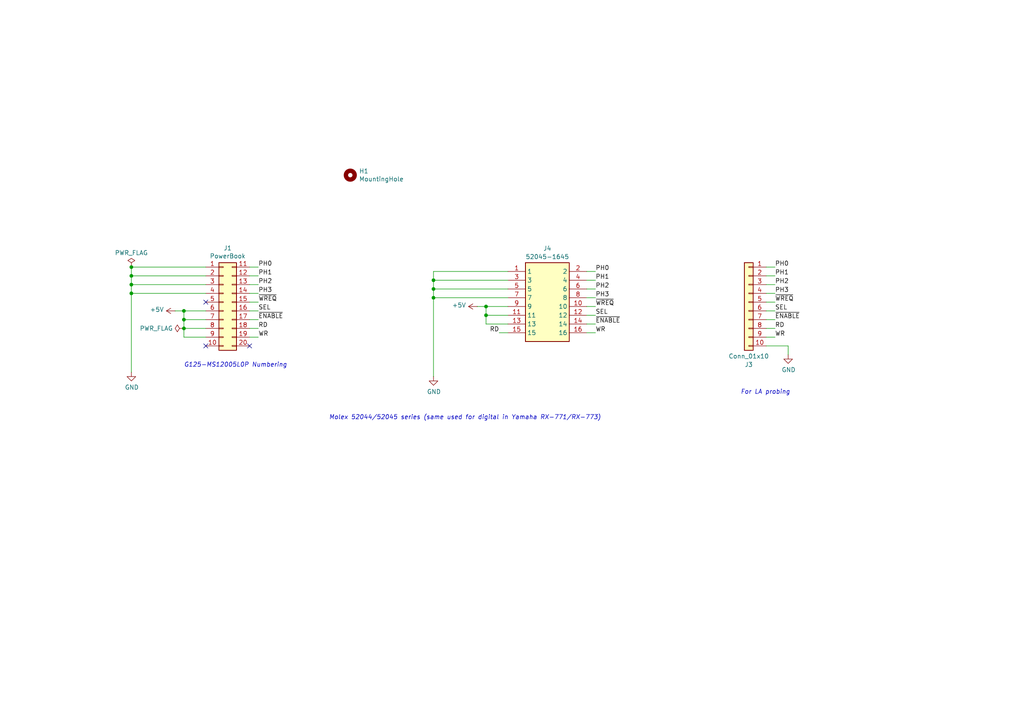
<source format=kicad_sch>
(kicad_sch (version 20231120) (generator "eeschema") (generator_version "8.0")
  (paper "A4")
  (title_block (title "PB 5xx Floppy Adapter") (date "2025-01-03") (rev "1.2") (company "Lostwave") (comment 1 "https://68kmla.org"))
  (lib_symbols
    (symbol "52045-1645:52045-1645"
      (property "Reference" "J" (at 19.05 7.62 0))
      (property "Value" "52045-1645" (at 19.05 5.08 0))
      (symbol "52045-1645_1_1"
        (rectangle (start 5.08 2.54) (end 17.78 -20.32) (stroke (width 0.254)) (fill (type background)))
        (pin passive line (at 0 0 0) (length 5.08) (name "1") (number "1"))
        (pin passive line (at 22.86 -10.16 180) (length 5.08) (name "10") (number "10"))
        (pin passive line (at 0 -12.7 0) (length 5.08) (name "11") (number "11"))
        (pin passive line (at 22.86 -12.7 180) (length 5.08) (name "12") (number "12"))
        (pin passive line (at 0 -15.24 0) (length 5.08) (name "13") (number "13"))
        (pin passive line (at 22.86 -15.24 180) (length 5.08) (name "14") (number "14"))
        (pin passive line (at 0 -17.78 0) (length 5.08) (name "15") (number "15"))
        (pin passive line (at 22.86 -17.78 180) (length 5.08) (name "16") (number "16"))
        (pin passive line (at 22.86 0 180) (length 5.08) (name "2") (number "2"))
        (pin passive line (at 0 -2.54 0) (length 5.08) (name "3") (number "3"))
        (pin passive line (at 22.86 -2.54 180) (length 5.08) (name "4") (number "4"))
        (pin passive line (at 0 -5.08 0) (length 5.08) (name "5") (number "5"))
        (pin passive line (at 22.86 -5.08 180) (length 5.08) (name "6") (number "6"))
        (pin passive line (at 0 -7.62 0) (length 5.08) (name "7") (number "7"))
        (pin passive line (at 22.86 -7.62 180) (length 5.08) (name "8") (number "8"))
        (pin passive line (at 0 -10.16 0) (length 5.08) (name "9") (number "9"))
      )
    )
    (symbol "Connector_Generic:Conn_01x10" (pin_names (offset 1.016) hide)
      (property "Reference" "J" (at 0 12.7 0))
      (property "Value" "Conn_01x10" (at 0 -15.24 0))
      (symbol "Conn_01x10_1_1"
        (rectangle (start -1.27 -12.573) (end 0 -12.827) (stroke (width 0.1524)))
        (rectangle (start -1.27 -10.033) (end 0 -10.287) (stroke (width 0.1524)))
        (rectangle (start -1.27 -7.493) (end 0 -7.747) (stroke (width 0.1524)))
        (rectangle (start -1.27 -4.953) (end 0 -5.207) (stroke (width 0.1524)))
        (rectangle (start -1.27 -2.413) (end 0 -2.667) (stroke (width 0.1524)))
        (rectangle (start -1.27 0.127) (end 0 -0.127) (stroke (width 0.1524)))
        (rectangle (start -1.27 2.667) (end 0 2.413) (stroke (width 0.1524)))
        (rectangle (start -1.27 5.207) (end 0 4.953) (stroke (width 0.1524)))
        (rectangle (start -1.27 7.747) (end 0 7.493) (stroke (width 0.1524)))
        (rectangle (start -1.27 10.287) (end 0 10.033) (stroke (width 0.1524)))
        (rectangle (start -1.27 11.43) (end 1.27 -13.97) (stroke (width 0.254)) (fill (type background)))
        (pin passive line (at -5.08 10.16 0) (length 3.81) (name "Pin_1") (number "1"))
        (pin passive line (at -5.08 -12.7 0) (length 3.81) (name "Pin_10") (number "10"))
        (pin passive line (at -5.08 7.62 0) (length 3.81) (name "Pin_2") (number "2"))
        (pin passive line (at -5.08 5.08 0) (length 3.81) (name "Pin_3") (number "3"))
        (pin passive line (at -5.08 2.54 0) (length 3.81) (name "Pin_4") (number "4"))
        (pin passive line (at -5.08 0 0) (length 3.81) (name "Pin_5") (number "5"))
        (pin passive line (at -5.08 -2.54 0) (length 3.81) (name "Pin_6") (number "6"))
        (pin passive line (at -5.08 -5.08 0) (length 3.81) (name "Pin_7") (number "7"))
        (pin passive line (at -5.08 -7.62 0) (length 3.81) (name "Pin_8") (number "8"))
        (pin passive line (at -5.08 -10.16 0) (length 3.81) (name "Pin_9") (number "9"))
      )
    )
    (symbol "Connector_Generic:Conn_02x10_Top_Bottom" (pin_names (offset 1.016) hide)
      (property "Reference" "J" (at 1.27 12.7 0))
      (property "Value" "Conn_02x10_Top_Bottom" (at 1.27 -15.24 0))
      (symbol "Conn_02x10_Top_Bottom_1_1"
        (rectangle (start -1.27 -12.573) (end 0 -12.827) (stroke (width 0.1524)))
        (rectangle (start -1.27 -10.033) (end 0 -10.287) (stroke (width 0.1524)))
        (rectangle (start -1.27 -7.493) (end 0 -7.747) (stroke (width 0.1524)))
        (rectangle (start -1.27 -4.953) (end 0 -5.207) (stroke (width 0.1524)))
        (rectangle (start -1.27 -2.413) (end 0 -2.667) (stroke (width 0.1524)))
        (rectangle (start -1.27 0.127) (end 0 -0.127) (stroke (width 0.1524)))
        (rectangle (start -1.27 2.667) (end 0 2.413) (stroke (width 0.1524)))
        (rectangle (start -1.27 5.207) (end 0 4.953) (stroke (width 0.1524)))
        (rectangle (start -1.27 7.747) (end 0 7.493) (stroke (width 0.1524)))
        (rectangle (start -1.27 10.287) (end 0 10.033) (stroke (width 0.1524)))
        (rectangle (start -1.27 11.43) (end 3.81 -13.97) (stroke (width 0.254)) (fill (type background)))
        (rectangle (start 3.81 -12.573) (end 2.54 -12.827) (stroke (width 0.1524)))
        (rectangle (start 3.81 -10.033) (end 2.54 -10.287) (stroke (width 0.1524)))
        (rectangle (start 3.81 -7.493) (end 2.54 -7.747) (stroke (width 0.1524)))
        (rectangle (start 3.81 -4.953) (end 2.54 -5.207) (stroke (width 0.1524)))
        (rectangle (start 3.81 -2.413) (end 2.54 -2.667) (stroke (width 0.1524)))
        (rectangle (start 3.81 0.127) (end 2.54 -0.127) (stroke (width 0.1524)))
        (rectangle (start 3.81 2.667) (end 2.54 2.413) (stroke (width 0.1524)))
        (rectangle (start 3.81 5.207) (end 2.54 4.953) (stroke (width 0.1524)))
        (rectangle (start 3.81 7.747) (end 2.54 7.493) (stroke (width 0.1524)))
        (rectangle (start 3.81 10.287) (end 2.54 10.033) (stroke (width 0.1524)))
        (pin passive line (at -5.08 10.16 0) (length 3.81) (name "Pin_1") (number "1"))
        (pin passive line (at -5.08 -12.7 0) (length 3.81) (name "Pin_10") (number "10"))
        (pin passive line (at 7.62 10.16 180) (length 3.81) (name "Pin_11") (number "11"))
        (pin passive line (at 7.62 7.62 180) (length 3.81) (name "Pin_12") (number "12"))
        (pin passive line (at 7.62 5.08 180) (length 3.81) (name "Pin_13") (number "13"))
        (pin passive line (at 7.62 2.54 180) (length 3.81) (name "Pin_14") (number "14"))
        (pin passive line (at 7.62 0 180) (length 3.81) (name "Pin_15") (number "15"))
        (pin passive line (at 7.62 -2.54 180) (length 3.81) (name "Pin_16") (number "16"))
        (pin passive line (at 7.62 -5.08 180) (length 3.81) (name "Pin_17") (number "17"))
        (pin passive line (at 7.62 -7.62 180) (length 3.81) (name "Pin_18") (number "18"))
        (pin passive line (at 7.62 -10.16 180) (length 3.81) (name "Pin_19") (number "19"))
        (pin passive line (at -5.08 7.62 0) (length 3.81) (name "Pin_2") (number "2"))
        (pin passive line (at 7.62 -12.7 180) (length 3.81) (name "Pin_20") (number "20"))
        (pin passive line (at -5.08 5.08 0) (length 3.81) (name "Pin_3") (number "3"))
        (pin passive line (at -5.08 2.54 0) (length 3.81) (name "Pin_4") (number "4"))
        (pin passive line (at -5.08 0 0) (length 3.81) (name "Pin_5") (number "5"))
        (pin passive line (at -5.08 -2.54 0) (length 3.81) (name "Pin_6") (number "6"))
        (pin passive line (at -5.08 -5.08 0) (length 3.81) (name "Pin_7") (number "7"))
        (pin passive line (at -5.08 -7.62 0) (length 3.81) (name "Pin_8") (number "8"))
        (pin passive line (at -5.08 -10.16 0) (length 3.81) (name "Pin_9") (number "9"))
      )
    )
    (symbol "Mechanical:MountingHole" (pin_names (offset 1.016)) (exclude_from_sim yes) (in_bom no)
      (property "Reference" "H" (at 0 5.08 0))
      (property "Value" "MountingHole" (at 0 3.175 0))
      (symbol "MountingHole_0_1"
        (circle (center 0 0) (radius 1.27) (stroke (width 1.27)))
      )
    )
    (symbol "power:+5V" (power) (pin_numbers hide) (pin_names (offset 0) hide)
      (property "Value" "+5V" (at 0 3.556 0))
      (symbol "+5V_0_1"
        (polyline (pts (xy -0.762 1.27) (xy 0 2.54)))
        (polyline (pts (xy 0 0) (xy 0 2.54)))
        (polyline (pts (xy 0 2.54) (xy 0.762 1.27)))
      )
      (symbol "+5V_1_1"
        (pin power_in line (at 0 0 90) (length 0) (name "~") (number "1"))
      )
    )
    (symbol "power:GND" (power) (pin_numbers hide) (pin_names (offset 0) hide)
      (property "Value" "GND" (at 0 -3.81 0))
      (symbol "GND_0_1"
        (polyline (pts (xy 0 0) (xy 0 -1.27) (xy 1.27 -1.27) (xy 0 -2.54) (xy -1.27 -1.27) (xy 0 -1.27)))
      )
      (symbol "GND_1_1"
        (pin power_in line (at 0 0 270) (length 0) (name "~") (number "1"))
      )
    )
    (symbol "power:PWR_FLAG" (power) (pin_numbers hide) (pin_names (offset 0) hide)
      (property "Value" "PWR_FLAG" (at 0 3.81 0))
      (symbol "PWR_FLAG_0_0"
        (pin power_out line (at 0 0 90) (length 0) (name "~") (number "1"))
      )
      (symbol "PWR_FLAG_0_1"
        (polyline (pts (xy 0 0) (xy 0 1.27) (xy -1.016 1.905) (xy 0 2.54) (xy 1.016 1.905) (xy 0 1.27)))
      )
    )
  )
  (junction (at 38.1 77.47))
  (junction (at 53.34 92.71))
  (junction (at 38.1 85.09))
  (junction (at 140.97 91.44))
  (junction (at 38.1 80.01))
  (junction (at 53.34 90.17))
  (junction (at 140.97 88.9))
  (junction (at 125.73 83.82))
  (junction (at 38.1 82.55))
  (junction (at 125.73 86.36))
  (junction (at 125.73 81.28))
  (junction (at 53.34 95.25))
  (no_connect (at 72.39 100.33))
  (no_connect (at 59.69 100.33))
  (no_connect (at 59.69 87.63))
  (wire (pts (xy 72.39 95.25) (xy 74.93 95.25)))
  (wire (pts (xy 38.1 107.95) (xy 38.1 85.09)))
  (wire (pts (xy 38.1 80.01) (xy 38.1 77.47)))
  (wire (pts (xy 147.32 86.36) (xy 125.73 86.36)))
  (wire (pts (xy 72.39 87.63) (xy 74.93 87.63)))
  (wire (pts (xy 53.34 92.71) (xy 53.34 90.17)))
  (wire (pts (xy 59.69 85.09) (xy 38.1 85.09)))
  (wire (pts (xy 222.25 80.01) (xy 224.79 80.01)))
  (wire (pts (xy 59.69 80.01) (xy 38.1 80.01)))
  (wire (pts (xy 38.1 82.55) (xy 38.1 80.01)))
  (wire (pts (xy 147.32 83.82) (xy 125.73 83.82)))
  (wire (pts (xy 59.69 90.17) (xy 53.34 90.17)))
  (wire (pts (xy 222.25 97.79) (xy 224.79 97.79)))
  (wire (pts (xy 38.1 85.09) (xy 38.1 82.55)))
  (wire (pts (xy 140.97 93.98) (xy 140.97 91.44)))
  (wire (pts (xy 59.69 97.79) (xy 53.34 97.79)))
  (wire (pts (xy 140.97 88.9) (xy 138.43 88.9)))
  (wire (pts (xy 72.39 77.47) (xy 74.93 77.47)))
  (wire (pts (xy 222.25 77.47) (xy 224.79 77.47)))
  (wire (pts (xy 59.69 95.25) (xy 53.34 95.25)))
  (wire (pts (xy 170.18 88.9) (xy 172.72 88.9)))
  (wire (pts (xy 170.18 81.28) (xy 172.72 81.28)))
  (wire (pts (xy 72.39 97.79) (xy 74.93 97.79)))
  (wire (pts (xy 170.18 93.98) (xy 172.72 93.98)))
  (wire (pts (xy 72.39 85.09) (xy 74.93 85.09)))
  (wire (pts (xy 125.73 109.22) (xy 125.73 86.36)))
  (wire (pts (xy 72.39 90.17) (xy 74.93 90.17)))
  (wire (pts (xy 125.73 81.28) (xy 125.73 78.74)))
  (wire (pts (xy 125.73 78.74) (xy 147.32 78.74)))
  (wire (pts (xy 125.73 83.82) (xy 125.73 81.28)))
  (wire (pts (xy 53.34 97.79) (xy 53.34 95.25)))
  (wire (pts (xy 222.25 85.09) (xy 224.79 85.09)))
  (wire (pts (xy 170.18 86.36) (xy 172.72 86.36)))
  (wire (pts (xy 222.25 82.55) (xy 224.79 82.55)))
  (wire (pts (xy 222.25 100.33) (xy 228.6 100.33)))
  (wire (pts (xy 59.69 82.55) (xy 38.1 82.55)))
  (wire (pts (xy 53.34 90.17) (xy 50.8 90.17)))
  (wire (pts (xy 170.18 96.52) (xy 172.72 96.52)))
  (wire (pts (xy 147.32 81.28) (xy 125.73 81.28)))
  (wire (pts (xy 170.18 78.74) (xy 172.72 78.74)))
  (wire (pts (xy 170.18 91.44) (xy 172.72 91.44)))
  (wire (pts (xy 59.69 92.71) (xy 53.34 92.71)))
  (wire (pts (xy 228.6 100.33) (xy 228.6 102.87)))
  (wire (pts (xy 222.25 92.71) (xy 224.79 92.71)))
  (wire (pts (xy 140.97 91.44) (xy 140.97 88.9)))
  (wire (pts (xy 147.32 93.98) (xy 140.97 93.98)))
  (wire (pts (xy 72.39 82.55) (xy 74.93 82.55)))
  (wire (pts (xy 222.25 90.17) (xy 224.79 90.17)))
  (wire (pts (xy 53.34 95.25) (xy 53.34 92.71)))
  (wire (pts (xy 147.32 91.44) (xy 140.97 91.44)))
  (wire (pts (xy 170.18 83.82) (xy 172.72 83.82)))
  (wire (pts (xy 38.1 77.47) (xy 59.69 77.47)))
  (wire (pts (xy 147.32 96.52) (xy 144.78 96.52)))
  (wire (pts (xy 72.39 80.01) (xy 74.93 80.01)))
  (wire (pts (xy 72.39 92.71) (xy 74.93 92.71)))
  (wire (pts (xy 147.32 88.9) (xy 140.97 88.9)))
  (wire (pts (xy 222.25 95.25) (xy 224.79 95.25)))
  (wire (pts (xy 222.25 87.63) (xy 224.79 87.63)))
  (wire (pts (xy 125.73 86.36) (xy 125.73 83.82)))
  (text "Molex 52044/52045 series (same used for digital in Yamaha RX-771/RX-773)" (at 134.874 121.158 0) (effects (font (size 1.27 1.27) (italic yes))))
  (text "For LA probing" (at 221.996 113.792 0) (effects (font (size 1.27 1.27) (italic yes))))
  (text "G125-MS12005L0P Numbering" (at 53.34 106.68 0) (effects (font (size 1.27 1.27) (italic yes)) (justify left bottom)))
  (label "~{WREQ}" (at 224.79 87.63 0))
  (label "WR" (at 224.79 97.79 0))
  (label "PH0" (at 172.72 78.74 0))
  (label "PH3" (at 74.93 85.09 0))
  (label "PH2" (at 74.93 82.55 0))
  (label "~{ENABLE}" (at 172.72 93.98 0))
  (label "WR" (at 172.72 96.52 0))
  (label "~{WREQ}" (at 74.93 87.63 0))
  (label "PH1" (at 172.72 81.28 0))
  (label "PH3" (at 224.79 85.09 0))
  (label "~{ENABLE}" (at 224.79 92.71 0))
  (label "SEL" (at 224.79 90.17 0))
  (label "RD" (at 224.79 95.25 0))
  (label "RD" (at 144.78 96.52 180))
  (label "PH0" (at 224.79 77.47 0))
  (label "SEL" (at 74.93 90.17 0))
  (label "PH2" (at 172.72 83.82 0))
  (label "RD" (at 74.93 95.25 0))
  (label "~{WREQ}" (at 172.72 88.9 0))
  (label "PH3" (at 172.72 86.36 0))
  (label "PH1" (at 224.79 80.01 0))
  (label "PH1" (at 74.93 80.01 0))
  (label "~{ENABLE}" (at 74.93 92.71 0))
  (label "PH2" (at 224.79 82.55 0))
  (label "PH0" (at 74.93 77.47 0))
  (label "SEL" (at 172.72 91.44 0))
  (label "WR" (at 74.93 97.79 0))
  (symbol (lib_id "power:GND") (at 38.1 107.95 0) (unit 1)
    (property "Reference" "#PWR0101" (effects (hide yes)))
    (property "Value" "GND" (at 38.227 112.3442 0))
  )
  (symbol (lib_id "power:+5V") (at 50.8 90.17 90) (unit 1)
    (property "Reference" "#PWR0102" (effects (hide yes)))
    (property "Value" "+5V" (at 47.5488 89.789 90) (effects (justify left)))
  )
  (symbol (lib_id "power:GND") (at 125.73 109.22 0) (unit 1)
    (property "Reference" "#PWR0103" (effects (hide yes)))
    (property "Value" "GND" (at 125.857 113.6142 0))
  )
  (symbol (lib_id "power:+5V") (at 138.43 88.9 90) (unit 1)
    (property "Reference" "#PWR0104" (effects (hide yes)))
    (property "Value" "+5V" (at 135.1788 88.519 90) (effects (justify left)))
  )
  (symbol (lib_id "Mechanical:MountingHole") (at 101.6 50.8 0) (unit 1)
    (property "Reference" "H1" (at 104.14 49.6316 0) (effects (justify left)))
    (property "Value" "MountingHole" (at 104.14 51.943 0) (effects (justify left)))
    (property "Footprint" "MountingHole:MountingHole_3.2mm_M3" (effects (hide yes)))
  )
  (symbol (lib_id "Connector_Generic:Conn_02x10_Top_Bottom") (at 64.77 87.63 0) (unit 1)
    (property "Reference" "J1" (at 66.04 71.9582 0))
    (property "Value" "PowerBook" (at 66.04 74.2696 0))
    (property "Footprint" "PB5xx Floppy:G125-MV12005L0P" (effects (hide yes)))
  )
  (symbol (lib_id "Connector_Generic:Conn_01x10") (at 217.17 87.63 0) (mirror y) (unit 1)
    (property "Reference" "J3" (at 217.17 105.7445 0))
    (property "Value" "Conn_01x10" (at 217.17 103.3202 0))
    (property "Footprint" "Connector_PinHeader_2.54mm:PinHeader_1x10_P2.54mm_Vertical" (effects (hide yes)))
    (property "Description" "Generic connector, single row, 01x10, script generated (kicad-library-utils/schlib/autogen/connector/)" (effects (hide yes)))
  )
  (symbol (lib_id "52045-1645:52045-1645") (at 147.32 78.74 0) (unit 1)
    (property "Reference" "J4" (at 158.75 72.0555 0))
    (property "Value" "52045-1645" (at 158.75 74.4798 0))
    (property "Footprint" "PB5xx Floppy:52045-1645" (effects (hide yes)))
    (property "Description" "Molex FFC/FPC THROUGH HOLE Series 1.25mm Pitch 16 Way 1 Row Straight Through Hole Female FPC Connector" (effects (hide yes)))
    (property "Height" "8.2" (effects (hide yes)))
    (property "Mouser Part Number" "538-52045-1545" (effects (hide yes)))
    (property "Mouser Price/Stock" "https://www.mouser.co.uk/ProductDetail/Molex/52045-1545?qs=Lsk0aRs6LYTf7CJxBJrqow%3D%3D" (effects (hide yes)))
    (property "Manufacturer_Name" "Molex" (effects (hide yes)))
    (property "Manufacturer_Part_Number" "52045-1545" (effects (hide yes)))
  )
  (symbol (lib_id "power:PWR_FLAG") (at 53.34 95.25 90) (unit 1)
    (property "Reference" "#FLG01" (effects (hide yes)))
    (property "Value" "PWR_FLAG" (at 50.1651 95.25 90) (effects (justify left)))
    (property "Description" "Special symbol for telling ERC where power comes from" (effects (hide yes)))
  )
  (symbol (lib_id "power:PWR_FLAG") (at 38.1 77.47 0) (unit 1)
    (property "Reference" "#FLG02" (effects (hide yes)))
    (property "Value" "PWR_FLAG" (at 38.1 73.3369 0))
    (property "Description" "Special symbol for telling ERC where power comes from" (effects (hide yes)))
  )
  (symbol (lib_id "power:GND") (at 228.6 102.87 0) (unit 1)
    (property "Reference" "#PWR01" (effects (hide yes)))
    (property "Value" "GND" (at 228.727 107.2642 0))
  )
)
</source>
